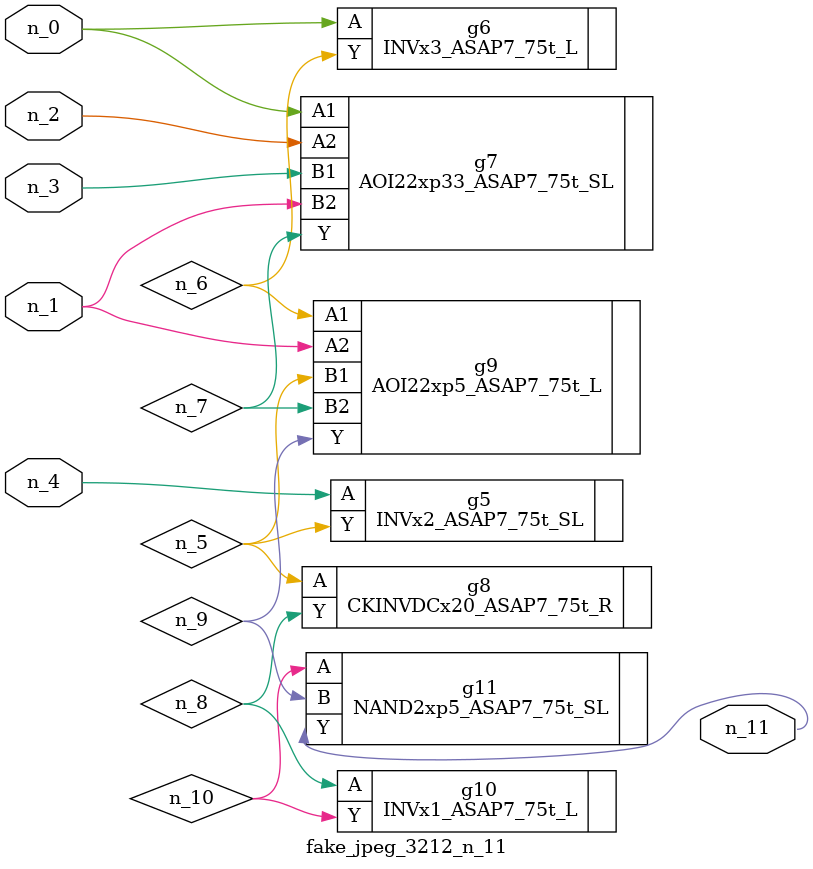
<source format=v>
module fake_jpeg_3212_n_11 (n_3, n_2, n_1, n_0, n_4, n_11);

input n_3;
input n_2;
input n_1;
input n_0;
input n_4;

output n_11;

wire n_10;
wire n_8;
wire n_9;
wire n_6;
wire n_5;
wire n_7;

INVx2_ASAP7_75t_SL g5 ( 
.A(n_4),
.Y(n_5)
);

INVx3_ASAP7_75t_L g6 ( 
.A(n_0),
.Y(n_6)
);

AOI22xp33_ASAP7_75t_SL g7 ( 
.A1(n_0),
.A2(n_2),
.B1(n_3),
.B2(n_1),
.Y(n_7)
);

CKINVDCx20_ASAP7_75t_R g8 ( 
.A(n_5),
.Y(n_8)
);

INVx1_ASAP7_75t_L g10 ( 
.A(n_8),
.Y(n_10)
);

AOI22xp5_ASAP7_75t_L g9 ( 
.A1(n_6),
.A2(n_1),
.B1(n_5),
.B2(n_7),
.Y(n_9)
);

NAND2xp5_ASAP7_75t_SL g11 ( 
.A(n_10),
.B(n_9),
.Y(n_11)
);


endmodule
</source>
